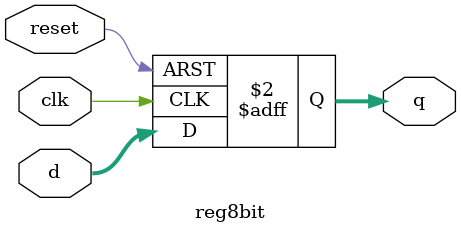
<source format=v>
module reg8bit(input [7:0]d,input reset,clk,output reg [7:0]q);
always@(posedge reset or posedge clk)
begin
if(reset)
q<=8'b00000000;
else
q<=d;
end
endmodule

</source>
